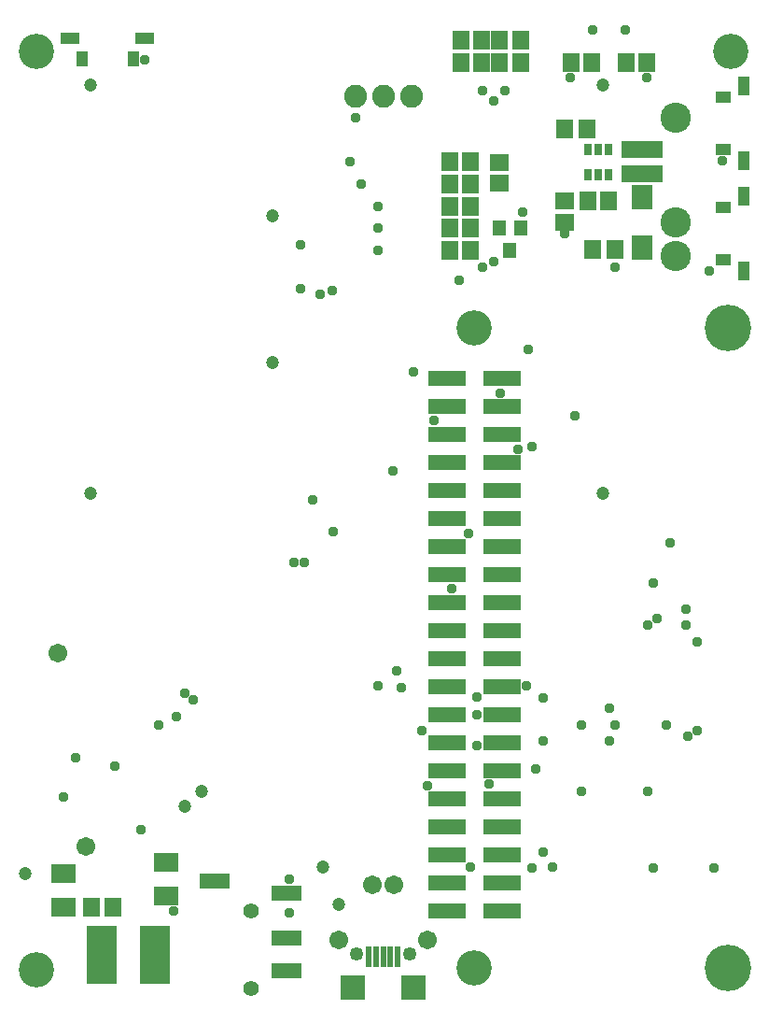
<source format=gbs>
G75*
%MOIN*%
%OFA0B0*%
%FSLAX25Y25*%
%IPPOS*%
%LPD*%
%AMOC8*
5,1,8,0,0,1.08239X$1,22.5*
%
%ADD10C,0.12611*%
%ADD11R,0.10643X0.05524*%
%ADD12C,0.05524*%
%ADD13R,0.05918X0.07099*%
%ADD14R,0.08674X0.06706*%
%ADD15R,0.02375X0.07690*%
%ADD16R,0.08674X0.08674*%
%ADD17C,0.04934*%
%ADD18R,0.10800X0.20800*%
%ADD19R,0.03162X0.04343*%
%ADD20R,0.07493X0.08674*%
%ADD21R,0.06706X0.05918*%
%ADD22R,0.05918X0.06706*%
%ADD23R,0.14580X0.05918*%
%ADD24R,0.04737X0.05800*%
%ADD25C,0.04737*%
%ADD26R,0.05800X0.04300*%
%ADD27R,0.03900X0.06500*%
%ADD28C,0.06706*%
%ADD29R,0.13398X0.05524*%
%ADD30R,0.04300X0.05800*%
%ADD31R,0.06500X0.03900*%
%ADD32C,0.08200*%
%ADD33C,0.10800*%
%ADD34C,0.03778*%
%ADD35C,0.16611*%
D10*
X0017142Y0022366D03*
X0173638Y0023154D03*
X0173638Y0251500D03*
X0265173Y0349925D03*
X0017142Y0349925D03*
D11*
X0081118Y0053862D03*
X0106709Y0049531D03*
X0106709Y0033783D03*
X0106709Y0021972D03*
D12*
X0093913Y0015673D03*
X0093913Y0043232D03*
D13*
X0044504Y0044807D03*
X0037024Y0044807D03*
X0215961Y0279335D03*
X0223835Y0279335D03*
X0213992Y0322366D03*
X0206118Y0322366D03*
X0208283Y0345988D03*
X0215764Y0345988D03*
X0227969Y0345988D03*
X0235449Y0345988D03*
D14*
X0063598Y0060555D03*
X0063598Y0048744D03*
X0026984Y0044807D03*
X0026984Y0056618D03*
D15*
X0136039Y0027189D03*
X0138598Y0027189D03*
X0141157Y0027189D03*
X0143717Y0027189D03*
X0146276Y0027189D03*
D16*
X0151886Y0016067D03*
X0130429Y0016067D03*
D17*
X0131610Y0027996D03*
X0150705Y0027996D03*
D18*
X0059583Y0027839D03*
X0040488Y0027839D03*
D19*
X0214189Y0306028D03*
X0217929Y0306028D03*
X0221669Y0306028D03*
X0221669Y0315083D03*
X0217929Y0315083D03*
X0214189Y0315083D03*
D20*
X0233717Y0297996D03*
X0233717Y0279886D03*
D21*
X0206118Y0289098D03*
X0206118Y0296579D03*
X0182496Y0302878D03*
X0182496Y0310358D03*
D22*
X0172457Y0310555D03*
X0172457Y0302681D03*
X0172457Y0294807D03*
X0172457Y0286933D03*
X0172457Y0279059D03*
X0164976Y0279059D03*
X0164976Y0286933D03*
X0164976Y0294807D03*
X0164976Y0302681D03*
X0164976Y0310555D03*
X0168913Y0345988D03*
X0176394Y0345988D03*
X0176394Y0353862D03*
X0168913Y0353862D03*
X0182693Y0353862D03*
X0190173Y0353862D03*
X0190173Y0345988D03*
X0182693Y0345988D03*
X0214189Y0296776D03*
X0221669Y0296776D03*
D23*
X0233677Y0306224D03*
X0233677Y0314886D03*
D24*
X0190173Y0286933D03*
X0182693Y0286933D03*
X0186433Y0279059D03*
D25*
X0219583Y0338114D03*
X0219583Y0192445D03*
X0119504Y0059187D03*
X0125409Y0045576D03*
X0076197Y0086146D03*
X0070291Y0080624D03*
X0013205Y0056618D03*
X0036512Y0192445D03*
X0101748Y0239098D03*
X0101748Y0291461D03*
X0036512Y0338114D03*
D26*
X0262488Y0333585D03*
X0262488Y0315085D03*
X0262488Y0294215D03*
X0262488Y0275715D03*
D27*
X0269938Y0271665D03*
X0269938Y0298265D03*
X0269938Y0311035D03*
X0269938Y0337635D03*
D28*
X0145094Y0052681D03*
X0137220Y0052681D03*
X0125409Y0032996D03*
X0156906Y0032996D03*
X0034858Y0066461D03*
X0025016Y0135358D03*
D29*
X0163795Y0133311D03*
X0163795Y0123311D03*
X0163795Y0113311D03*
X0163795Y0103311D03*
X0163795Y0093311D03*
X0163795Y0083311D03*
X0163795Y0073311D03*
X0163795Y0063311D03*
X0163795Y0053311D03*
X0163795Y0043311D03*
X0183480Y0043311D03*
X0183480Y0053311D03*
X0183480Y0063311D03*
X0183480Y0073311D03*
X0183480Y0083311D03*
X0183480Y0093311D03*
X0183480Y0103311D03*
X0183480Y0113311D03*
X0183480Y0123311D03*
X0183480Y0133311D03*
X0183480Y0143311D03*
X0183480Y0153311D03*
X0183480Y0163311D03*
X0183480Y0173311D03*
X0183480Y0183311D03*
X0183480Y0193311D03*
X0183480Y0203311D03*
X0183480Y0213311D03*
X0183480Y0223311D03*
X0183480Y0233311D03*
X0163795Y0233311D03*
X0163795Y0223311D03*
X0163795Y0213311D03*
X0163795Y0203311D03*
X0163795Y0193311D03*
X0163795Y0183311D03*
X0163795Y0173311D03*
X0163795Y0163311D03*
X0163795Y0153311D03*
X0163795Y0143311D03*
D30*
X0051982Y0347240D03*
X0033482Y0347240D03*
D31*
X0029432Y0354690D03*
X0056032Y0354690D03*
D32*
X0131157Y0334177D03*
X0141157Y0334177D03*
X0151157Y0334177D03*
D33*
X0245488Y0326303D03*
X0245488Y0288902D03*
X0245488Y0277091D03*
D34*
X0257791Y0271677D03*
X0262220Y0311047D03*
X0235154Y0340575D03*
X0227772Y0357799D03*
X0215961Y0357799D03*
X0208087Y0340575D03*
X0184465Y0336146D03*
X0180528Y0332209D03*
X0176591Y0336146D03*
X0190862Y0292839D03*
X0206118Y0284965D03*
X0223835Y0273154D03*
X0192831Y0243626D03*
X0182988Y0227878D03*
X0194307Y0209177D03*
X0189386Y0208193D03*
X0209563Y0220004D03*
X0243520Y0174728D03*
X0237614Y0160435D03*
X0239114Y0147683D03*
X0235646Y0145201D03*
X0249425Y0145201D03*
X0249425Y0151106D03*
X0253362Y0139295D03*
X0253362Y0107799D03*
X0249917Y0105831D03*
X0242260Y0109768D03*
X0235646Y0086146D03*
X0221987Y0103862D03*
X0223955Y0109768D03*
X0221987Y0115673D03*
X0212024Y0109768D03*
X0198266Y0103862D03*
X0195761Y0094020D03*
X0179051Y0088606D03*
X0174622Y0102386D03*
X0174622Y0113213D03*
X0174622Y0119610D03*
X0192339Y0123547D03*
X0198244Y0119490D03*
X0212024Y0086146D03*
X0198244Y0064492D03*
X0201689Y0059079D03*
X0194307Y0058707D03*
X0172161Y0059079D03*
X0156906Y0088114D03*
X0154937Y0107799D03*
X0147588Y0123022D03*
X0146079Y0128961D03*
X0139189Y0123547D03*
X0165764Y0158488D03*
X0171669Y0178173D03*
X0144602Y0200319D03*
X0159366Y0218528D03*
X0151984Y0235752D03*
X0168224Y0268232D03*
X0176591Y0273154D03*
X0180528Y0275002D03*
X0139189Y0279059D03*
X0139189Y0286933D03*
X0139189Y0294807D03*
X0133283Y0302681D03*
X0129346Y0310555D03*
X0131315Y0326303D03*
X0111630Y0281028D03*
X0111630Y0265280D03*
X0118520Y0263311D03*
X0122949Y0264787D03*
X0116059Y0189984D03*
X0123441Y0178665D03*
X0113106Y0167839D03*
X0109169Y0167839D03*
X0070291Y0121087D03*
X0073244Y0118626D03*
X0067339Y0112720D03*
X0060941Y0109768D03*
X0045193Y0095004D03*
X0031413Y0097957D03*
X0026984Y0084177D03*
X0054543Y0072366D03*
X0066354Y0043331D03*
X0107693Y0042839D03*
X0107693Y0054650D03*
X0237614Y0058587D03*
X0259268Y0058587D03*
X0056020Y0346972D03*
D35*
X0264189Y0251500D03*
X0264189Y0023154D03*
M02*

</source>
